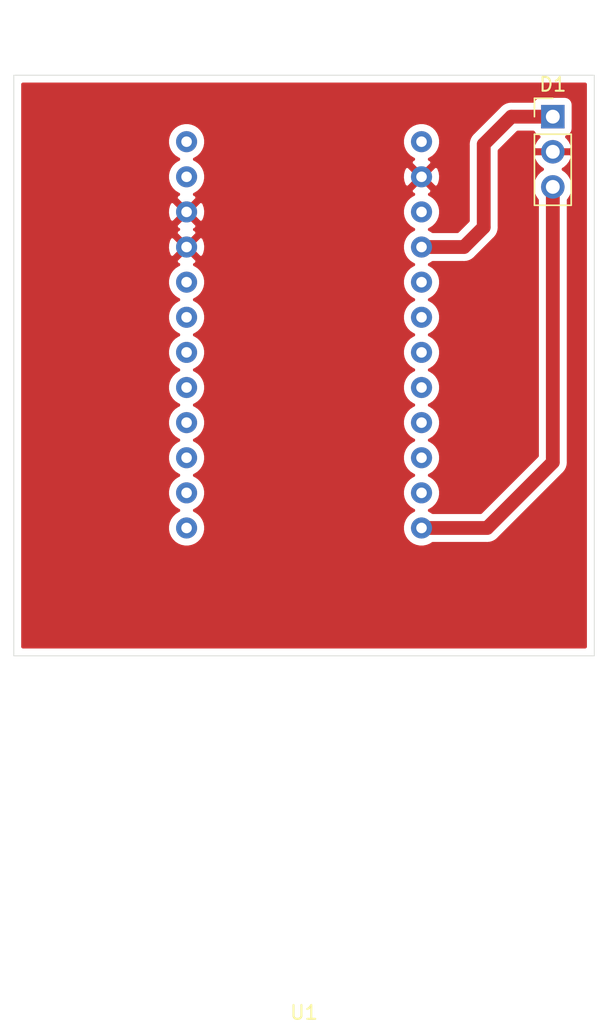
<source format=kicad_pcb>
(kicad_pcb (version 20171130) (host pcbnew "(5.1.9)-1")

  (general
    (thickness 1.6)
    (drawings 6)
    (tracks 8)
    (zones 0)
    (modules 2)
    (nets 23)
  )

  (page A4)
  (layers
    (0 F.Cu signal)
    (31 B.Cu signal)
    (32 B.Adhes user)
    (33 F.Adhes user)
    (34 B.Paste user)
    (35 F.Paste user)
    (36 B.SilkS user)
    (37 F.SilkS user)
    (38 B.Mask user)
    (39 F.Mask user)
    (40 Dwgs.User user)
    (41 Cmts.User user)
    (42 Eco1.User user)
    (43 Eco2.User user)
    (44 Edge.Cuts user)
    (45 Margin user)
    (46 B.CrtYd user)
    (47 F.CrtYd user)
    (48 B.Fab user)
    (49 F.Fab user)
  )

  (setup
    (last_trace_width 1)
    (user_trace_width 1)
    (trace_clearance 0.2)
    (zone_clearance 0.508)
    (zone_45_only no)
    (trace_min 0.2)
    (via_size 0.8)
    (via_drill 0.4)
    (via_min_size 0.4)
    (via_min_drill 0.3)
    (uvia_size 0.3)
    (uvia_drill 0.1)
    (uvias_allowed no)
    (uvia_min_size 0.2)
    (uvia_min_drill 0.1)
    (edge_width 0.05)
    (segment_width 0.2)
    (pcb_text_width 0.3)
    (pcb_text_size 1.5 1.5)
    (mod_edge_width 0.12)
    (mod_text_size 1 1)
    (mod_text_width 0.15)
    (pad_size 1.524 1.524)
    (pad_drill 0.762)
    (pad_to_mask_clearance 0)
    (aux_axis_origin 0 0)
    (visible_elements 7FFFFFFF)
    (pcbplotparams
      (layerselection 0x010fc_ffffffff)
      (usegerberextensions false)
      (usegerberattributes true)
      (usegerberadvancedattributes true)
      (creategerberjobfile true)
      (excludeedgelayer true)
      (linewidth 0.100000)
      (plotframeref false)
      (viasonmask false)
      (mode 1)
      (useauxorigin false)
      (hpglpennumber 1)
      (hpglpenspeed 20)
      (hpglpendiameter 15.000000)
      (psnegative false)
      (psa4output false)
      (plotreference true)
      (plotvalue true)
      (plotinvisibletext false)
      (padsonsilk false)
      (subtractmaskfromsilk false)
      (outputformat 1)
      (mirror false)
      (drillshape 1)
      (scaleselection 1)
      (outputdirectory ""))
  )

  (net 0 "")
  (net 1 +5V)
  (net 2 GND)
  (net 3 "Net-(U1-Pad24)")
  (net 4 "Net-(U1-Pad22)")
  (net 5 "Net-(U1-Pad20)")
  (net 6 "Net-(U1-Pad19)")
  (net 7 "Net-(U1-Pad18)")
  (net 8 "Net-(U1-Pad17)")
  (net 9 "Net-(U1-Pad16)")
  (net 10 "Net-(U1-Pad15)")
  (net 11 "Net-(U1-Pad14)")
  (net 12 "Net-(U1-Pad12)")
  (net 13 "Net-(U1-Pad11)")
  (net 14 "Net-(U1-Pad10)")
  (net 15 "Net-(U1-Pad9)")
  (net 16 "Net-(U1-Pad8)")
  (net 17 "Net-(U1-Pad7)")
  (net 18 "Net-(U1-Pad6)")
  (net 19 "Net-(U1-Pad5)")
  (net 20 "Net-(U1-Pad2)")
  (net 21 "Net-(U1-Pad1)")
  (net 22 "Net-(D1-Pad3)")

  (net_class Default "This is the default net class."
    (clearance 0.2)
    (trace_width 0.25)
    (via_dia 0.8)
    (via_drill 0.4)
    (uvia_dia 0.3)
    (uvia_drill 0.1)
    (add_net +5V)
    (add_net GND)
    (add_net "Net-(D1-Pad3)")
    (add_net "Net-(U1-Pad1)")
    (add_net "Net-(U1-Pad10)")
    (add_net "Net-(U1-Pad11)")
    (add_net "Net-(U1-Pad12)")
    (add_net "Net-(U1-Pad14)")
    (add_net "Net-(U1-Pad15)")
    (add_net "Net-(U1-Pad16)")
    (add_net "Net-(U1-Pad17)")
    (add_net "Net-(U1-Pad18)")
    (add_net "Net-(U1-Pad19)")
    (add_net "Net-(U1-Pad2)")
    (add_net "Net-(U1-Pad20)")
    (add_net "Net-(U1-Pad22)")
    (add_net "Net-(U1-Pad24)")
    (add_net "Net-(U1-Pad5)")
    (add_net "Net-(U1-Pad6)")
    (add_net "Net-(U1-Pad7)")
    (add_net "Net-(U1-Pad8)")
    (add_net "Net-(U1-Pad9)")
  )

  (module EZIR:Arduino_Pro_Micro (layer F.Cu) (tedit 6027A789) (tstamp 6028BFD4)
    (at 681 197)
    (path /60287C68)
    (fp_text reference U1 (at 0 50.8) (layer F.SilkS)
      (effects (font (size 1 1) (thickness 0.15)))
    )
    (fp_text value Arduino_Pro_Micro (at 0 -21.59) (layer F.Fab)
      (effects (font (size 1 1) (thickness 0.15)))
    )
    (fp_line (start 0 16.75) (end -9.25 16.75) (layer Dwgs.User) (width 0.12))
    (fp_line (start 0 16.75) (end 9.5 16.75) (layer Dwgs.User) (width 0.12))
    (fp_line (start 9.5 16.75) (end 9.5 -16.75) (layer Dwgs.User) (width 0.12))
    (fp_line (start 9.5 -16.75) (end -9.5 -16.75) (layer Dwgs.User) (width 0.12))
    (fp_line (start -9.5 -16.75) (end -9.5 16.75) (layer Dwgs.User) (width 0.12))
    (fp_line (start -9.25 16.75) (end -9.5 16.75) (layer Dwgs.User) (width 0.12))
    (fp_line (start -9.5 16.75) (end -8.5 15.75) (layer Dwgs.User) (width 0.12))
    (fp_line (start 9.5 16.75) (end 8.5 15.75) (layer Dwgs.User) (width 0.12))
    (fp_line (start -8.5 15.75) (end -8.5 -15.5) (layer Dwgs.User) (width 0.12))
    (fp_line (start 8.5 15.75) (end 8.5 -15.5) (layer Dwgs.User) (width 0.12))
    (pad 24 thru_hole circle (at 8.5 -12.19) (size 1.524 1.524) (drill 0.762) (layers *.Cu *.Mask)
      (net 3 "Net-(U1-Pad24)"))
    (pad 23 thru_hole circle (at 8.5 -9.65) (size 1.524 1.524) (drill 0.762) (layers *.Cu *.Mask)
      (net 2 GND))
    (pad 22 thru_hole circle (at 8.5 -7.11) (size 1.524 1.524) (drill 0.762) (layers *.Cu *.Mask)
      (net 4 "Net-(U1-Pad22)"))
    (pad 21 thru_hole circle (at 8.5 -4.57) (size 1.524 1.524) (drill 0.762) (layers *.Cu *.Mask)
      (net 1 +5V))
    (pad 20 thru_hole circle (at 8.5 -2.03) (size 1.524 1.524) (drill 0.762) (layers *.Cu *.Mask)
      (net 5 "Net-(U1-Pad20)"))
    (pad 19 thru_hole circle (at 8.5 0.51) (size 1.524 1.524) (drill 0.762) (layers *.Cu *.Mask)
      (net 6 "Net-(U1-Pad19)"))
    (pad 18 thru_hole circle (at 8.5 3.05) (size 1.524 1.524) (drill 0.762) (layers *.Cu *.Mask)
      (net 7 "Net-(U1-Pad18)"))
    (pad 17 thru_hole circle (at 8.5 5.59) (size 1.524 1.524) (drill 0.762) (layers *.Cu *.Mask)
      (net 8 "Net-(U1-Pad17)"))
    (pad 16 thru_hole circle (at 8.5 8.13) (size 1.524 1.524) (drill 0.762) (layers *.Cu *.Mask)
      (net 9 "Net-(U1-Pad16)"))
    (pad 15 thru_hole circle (at 8.5 10.67) (size 1.524 1.524) (drill 0.762) (layers *.Cu *.Mask)
      (net 10 "Net-(U1-Pad15)"))
    (pad 14 thru_hole circle (at 8.5 13.21) (size 1.524 1.524) (drill 0.762) (layers *.Cu *.Mask)
      (net 11 "Net-(U1-Pad14)"))
    (pad 13 thru_hole circle (at 8.5 15.75) (size 1.524 1.524) (drill 0.762) (layers *.Cu *.Mask)
      (net 22 "Net-(D1-Pad3)"))
    (pad 12 thru_hole circle (at -8.5 15.75) (size 1.524 1.524) (drill 0.762) (layers *.Cu *.Mask)
      (net 12 "Net-(U1-Pad12)"))
    (pad 11 thru_hole circle (at -8.5 13.21) (size 1.524 1.524) (drill 0.762) (layers *.Cu *.Mask)
      (net 13 "Net-(U1-Pad11)"))
    (pad 10 thru_hole circle (at -8.5 10.67) (size 1.524 1.524) (drill 0.762) (layers *.Cu *.Mask)
      (net 14 "Net-(U1-Pad10)"))
    (pad 9 thru_hole circle (at -8.5 8.13) (size 1.524 1.524) (drill 0.762) (layers *.Cu *.Mask)
      (net 15 "Net-(U1-Pad9)"))
    (pad 8 thru_hole circle (at -8.5 5.59) (size 1.524 1.524) (drill 0.762) (layers *.Cu *.Mask)
      (net 16 "Net-(U1-Pad8)"))
    (pad 7 thru_hole circle (at -8.5 3.05) (size 1.524 1.524) (drill 0.762) (layers *.Cu *.Mask)
      (net 17 "Net-(U1-Pad7)"))
    (pad 6 thru_hole circle (at -8.5 0.51) (size 1.524 1.524) (drill 0.762) (layers *.Cu *.Mask)
      (net 18 "Net-(U1-Pad6)"))
    (pad 5 thru_hole circle (at -8.5 -2.03) (size 1.524 1.524) (drill 0.762) (layers *.Cu *.Mask)
      (net 19 "Net-(U1-Pad5)"))
    (pad 4 thru_hole circle (at -8.5 -4.57) (size 1.524 1.524) (drill 0.762) (layers *.Cu *.Mask)
      (net 2 GND))
    (pad 3 thru_hole circle (at -8.5 -7.11) (size 1.524 1.524) (drill 0.762) (layers *.Cu *.Mask)
      (net 2 GND))
    (pad 2 thru_hole circle (at -8.5 -9.65) (size 1.524 1.524) (drill 0.762) (layers *.Cu *.Mask)
      (net 20 "Net-(U1-Pad2)"))
    (pad 1 thru_hole circle (at -8.5 -12.19) (size 1.524 1.524) (drill 0.762) (layers *.Cu *.Mask)
      (net 21 "Net-(U1-Pad1)"))
  )

  (module Connector_PinHeader_2.54mm:PinHeader_1x03_P2.54mm_Vertical (layer F.Cu) (tedit 59FED5CC) (tstamp 6028C157)
    (at 699 183)
    (descr "Through hole straight pin header, 1x03, 2.54mm pitch, single row")
    (tags "Through hole pin header THT 1x03 2.54mm single row")
    (path /60285661)
    (fp_text reference D1 (at 0 -2.33) (layer F.SilkS)
      (effects (font (size 1 1) (thickness 0.15)))
    )
    (fp_text value LED_IR (at 0 7.41) (layer F.Fab)
      (effects (font (size 1 1) (thickness 0.15)))
    )
    (fp_line (start 1.8 -1.8) (end -1.8 -1.8) (layer F.CrtYd) (width 0.05))
    (fp_line (start 1.8 6.85) (end 1.8 -1.8) (layer F.CrtYd) (width 0.05))
    (fp_line (start -1.8 6.85) (end 1.8 6.85) (layer F.CrtYd) (width 0.05))
    (fp_line (start -1.8 -1.8) (end -1.8 6.85) (layer F.CrtYd) (width 0.05))
    (fp_line (start -1.33 -1.33) (end 0 -1.33) (layer F.SilkS) (width 0.12))
    (fp_line (start -1.33 0) (end -1.33 -1.33) (layer F.SilkS) (width 0.12))
    (fp_line (start -1.33 1.27) (end 1.33 1.27) (layer F.SilkS) (width 0.12))
    (fp_line (start 1.33 1.27) (end 1.33 6.41) (layer F.SilkS) (width 0.12))
    (fp_line (start -1.33 1.27) (end -1.33 6.41) (layer F.SilkS) (width 0.12))
    (fp_line (start -1.33 6.41) (end 1.33 6.41) (layer F.SilkS) (width 0.12))
    (fp_line (start -1.27 -0.635) (end -0.635 -1.27) (layer F.Fab) (width 0.1))
    (fp_line (start -1.27 6.35) (end -1.27 -0.635) (layer F.Fab) (width 0.1))
    (fp_line (start 1.27 6.35) (end -1.27 6.35) (layer F.Fab) (width 0.1))
    (fp_line (start 1.27 -1.27) (end 1.27 6.35) (layer F.Fab) (width 0.1))
    (fp_line (start -0.635 -1.27) (end 1.27 -1.27) (layer F.Fab) (width 0.1))
    (fp_text user %R (at 0 2.54 90) (layer F.Fab)
      (effects (font (size 1 1) (thickness 0.15)))
    )
    (pad 3 thru_hole oval (at 0 5.08) (size 1.7 1.7) (drill 1) (layers *.Cu *.Mask)
      (net 22 "Net-(D1-Pad3)"))
    (pad 2 thru_hole oval (at 0 2.54) (size 1.7 1.7) (drill 1) (layers *.Cu *.Mask)
      (net 2 GND))
    (pad 1 thru_hole rect (at 0 0) (size 1.7 1.7) (drill 1) (layers *.Cu *.Mask)
      (net 1 +5V))
    (model ${KISYS3DMOD}/Connector_PinHeader_2.54mm.3dshapes/PinHeader_1x03_P2.54mm_Vertical.wrl
      (at (xyz 0 0 0))
      (scale (xyz 1 1 1))
      (rotate (xyz 0 0 0))
    )
  )

  (gr_line (start 702 180) (end 660 222) (layer Dwgs.User) (width 0.15))
  (gr_line (start 702 222) (end 660 180) (layer Dwgs.User) (width 0.15))
  (gr_line (start 702 180) (end 660 180) (layer Edge.Cuts) (width 0.05) (tstamp 6028C1B0))
  (gr_line (start 702 222) (end 702 180) (layer Edge.Cuts) (width 0.05))
  (gr_line (start 660 222) (end 702 222) (layer Edge.Cuts) (width 0.05))
  (gr_line (start 660 180) (end 660 222) (layer Edge.Cuts) (width 0.05))

  (segment (start 699 183) (end 696 183) (width 1) (layer F.Cu) (net 1))
  (segment (start 696 183) (end 694 185) (width 1) (layer F.Cu) (net 1))
  (segment (start 694 185) (end 694 191) (width 1) (layer F.Cu) (net 1))
  (segment (start 692.57 192.43) (end 689.5 192.43) (width 1) (layer F.Cu) (net 1))
  (segment (start 694 191) (end 692.57 192.43) (width 1) (layer F.Cu) (net 1))
  (segment (start 689.5 212.75) (end 694.25 212.75) (width 1) (layer F.Cu) (net 22))
  (segment (start 699 208) (end 699 188.08) (width 1) (layer F.Cu) (net 22))
  (segment (start 694.25 212.75) (end 699 208) (width 1) (layer F.Cu) (net 22))

  (zone (net 2) (net_name GND) (layer F.Cu) (tstamp 0) (hatch edge 0.508)
    (connect_pads (clearance 0.508))
    (min_thickness 0.254)
    (fill yes (arc_segments 32) (thermal_gap 0.508) (thermal_bridge_width 0.508))
    (polygon
      (pts
        (xy 703 223) (xy 659 223) (xy 659 179) (xy 703 179)
      )
    )
    (filled_polygon
      (pts
        (xy 701.34 221.34) (xy 660.66 221.34) (xy 660.66 194.832408) (xy 671.103 194.832408) (xy 671.103 195.107592)
        (xy 671.156686 195.37749) (xy 671.261995 195.631727) (xy 671.41488 195.860535) (xy 671.609465 196.05512) (xy 671.838273 196.208005)
        (xy 671.915515 196.24) (xy 671.838273 196.271995) (xy 671.609465 196.42488) (xy 671.41488 196.619465) (xy 671.261995 196.848273)
        (xy 671.156686 197.10251) (xy 671.103 197.372408) (xy 671.103 197.647592) (xy 671.156686 197.91749) (xy 671.261995 198.171727)
        (xy 671.41488 198.400535) (xy 671.609465 198.59512) (xy 671.838273 198.748005) (xy 671.915515 198.78) (xy 671.838273 198.811995)
        (xy 671.609465 198.96488) (xy 671.41488 199.159465) (xy 671.261995 199.388273) (xy 671.156686 199.64251) (xy 671.103 199.912408)
        (xy 671.103 200.187592) (xy 671.156686 200.45749) (xy 671.261995 200.711727) (xy 671.41488 200.940535) (xy 671.609465 201.13512)
        (xy 671.838273 201.288005) (xy 671.915515 201.32) (xy 671.838273 201.351995) (xy 671.609465 201.50488) (xy 671.41488 201.699465)
        (xy 671.261995 201.928273) (xy 671.156686 202.18251) (xy 671.103 202.452408) (xy 671.103 202.727592) (xy 671.156686 202.99749)
        (xy 671.261995 203.251727) (xy 671.41488 203.480535) (xy 671.609465 203.67512) (xy 671.838273 203.828005) (xy 671.915515 203.86)
        (xy 671.838273 203.891995) (xy 671.609465 204.04488) (xy 671.41488 204.239465) (xy 671.261995 204.468273) (xy 671.156686 204.72251)
        (xy 671.103 204.992408) (xy 671.103 205.267592) (xy 671.156686 205.53749) (xy 671.261995 205.791727) (xy 671.41488 206.020535)
        (xy 671.609465 206.21512) (xy 671.838273 206.368005) (xy 671.915515 206.4) (xy 671.838273 206.431995) (xy 671.609465 206.58488)
        (xy 671.41488 206.779465) (xy 671.261995 207.008273) (xy 671.156686 207.26251) (xy 671.103 207.532408) (xy 671.103 207.807592)
        (xy 671.156686 208.07749) (xy 671.261995 208.331727) (xy 671.41488 208.560535) (xy 671.609465 208.75512) (xy 671.838273 208.908005)
        (xy 671.915515 208.94) (xy 671.838273 208.971995) (xy 671.609465 209.12488) (xy 671.41488 209.319465) (xy 671.261995 209.548273)
        (xy 671.156686 209.80251) (xy 671.103 210.072408) (xy 671.103 210.347592) (xy 671.156686 210.61749) (xy 671.261995 210.871727)
        (xy 671.41488 211.100535) (xy 671.609465 211.29512) (xy 671.838273 211.448005) (xy 671.915515 211.48) (xy 671.838273 211.511995)
        (xy 671.609465 211.66488) (xy 671.41488 211.859465) (xy 671.261995 212.088273) (xy 671.156686 212.34251) (xy 671.103 212.612408)
        (xy 671.103 212.887592) (xy 671.156686 213.15749) (xy 671.261995 213.411727) (xy 671.41488 213.640535) (xy 671.609465 213.83512)
        (xy 671.838273 213.988005) (xy 672.09251 214.093314) (xy 672.362408 214.147) (xy 672.637592 214.147) (xy 672.90749 214.093314)
        (xy 673.161727 213.988005) (xy 673.390535 213.83512) (xy 673.58512 213.640535) (xy 673.738005 213.411727) (xy 673.843314 213.15749)
        (xy 673.897 212.887592) (xy 673.897 212.612408) (xy 673.843314 212.34251) (xy 673.738005 212.088273) (xy 673.58512 211.859465)
        (xy 673.390535 211.66488) (xy 673.161727 211.511995) (xy 673.084485 211.48) (xy 673.161727 211.448005) (xy 673.390535 211.29512)
        (xy 673.58512 211.100535) (xy 673.738005 210.871727) (xy 673.843314 210.61749) (xy 673.897 210.347592) (xy 673.897 210.072408)
        (xy 673.843314 209.80251) (xy 673.738005 209.548273) (xy 673.58512 209.319465) (xy 673.390535 209.12488) (xy 673.161727 208.971995)
        (xy 673.084485 208.94) (xy 673.161727 208.908005) (xy 673.390535 208.75512) (xy 673.58512 208.560535) (xy 673.738005 208.331727)
        (xy 673.843314 208.07749) (xy 673.897 207.807592) (xy 673.897 207.532408) (xy 673.843314 207.26251) (xy 673.738005 207.008273)
        (xy 673.58512 206.779465) (xy 673.390535 206.58488) (xy 673.161727 206.431995) (xy 673.084485 206.4) (xy 673.161727 206.368005)
        (xy 673.390535 206.21512) (xy 673.58512 206.020535) (xy 673.738005 205.791727) (xy 673.843314 205.53749) (xy 673.897 205.267592)
        (xy 673.897 204.992408) (xy 673.843314 204.72251) (xy 673.738005 204.468273) (xy 673.58512 204.239465) (xy 673.390535 204.04488)
        (xy 673.161727 203.891995) (xy 673.084485 203.86) (xy 673.161727 203.828005) (xy 673.390535 203.67512) (xy 673.58512 203.480535)
        (xy 673.738005 203.251727) (xy 673.843314 202.99749) (xy 673.897 202.727592) (xy 673.897 202.452408) (xy 673.843314 202.18251)
        (xy 673.738005 201.928273) (xy 673.58512 201.699465) (xy 673.390535 201.50488) (xy 673.161727 201.351995) (xy 673.084485 201.32)
        (xy 673.161727 201.288005) (xy 673.390535 201.13512) (xy 673.58512 200.940535) (xy 673.738005 200.711727) (xy 673.843314 200.45749)
        (xy 673.897 200.187592) (xy 673.897 199.912408) (xy 673.843314 199.64251) (xy 673.738005 199.388273) (xy 673.58512 199.159465)
        (xy 673.390535 198.96488) (xy 673.161727 198.811995) (xy 673.084485 198.78) (xy 673.161727 198.748005) (xy 673.390535 198.59512)
        (xy 673.58512 198.400535) (xy 673.738005 198.171727) (xy 673.843314 197.91749) (xy 673.897 197.647592) (xy 673.897 197.372408)
        (xy 673.843314 197.10251) (xy 673.738005 196.848273) (xy 673.58512 196.619465) (xy 673.390535 196.42488) (xy 673.161727 196.271995)
        (xy 673.084485 196.24) (xy 673.161727 196.208005) (xy 673.390535 196.05512) (xy 673.58512 195.860535) (xy 673.738005 195.631727)
        (xy 673.843314 195.37749) (xy 673.897 195.107592) (xy 673.897 194.832408) (xy 673.843314 194.56251) (xy 673.738005 194.308273)
        (xy 673.58512 194.079465) (xy 673.390535 193.88488) (xy 673.161727 193.731995) (xy 673.090057 193.702308) (xy 673.103023 193.697636)
        (xy 673.21898 193.635656) (xy 673.28596 193.395565) (xy 672.5 192.609605) (xy 671.71404 193.395565) (xy 671.78102 193.635656)
        (xy 671.91676 193.699485) (xy 671.838273 193.731995) (xy 671.609465 193.88488) (xy 671.41488 194.079465) (xy 671.261995 194.308273)
        (xy 671.156686 194.56251) (xy 671.103 194.832408) (xy 660.66 194.832408) (xy 660.66 192.502017) (xy 671.09809 192.502017)
        (xy 671.139078 192.774133) (xy 671.232364 193.033023) (xy 671.294344 193.14898) (xy 671.534435 193.21596) (xy 672.320395 192.43)
        (xy 672.679605 192.43) (xy 673.465565 193.21596) (xy 673.705656 193.14898) (xy 673.822756 192.899952) (xy 673.889023 192.632865)
        (xy 673.90191 192.357983) (xy 673.860922 192.085867) (xy 673.767636 191.826977) (xy 673.705656 191.71102) (xy 673.465565 191.64404)
        (xy 672.679605 192.43) (xy 672.320395 192.43) (xy 671.534435 191.64404) (xy 671.294344 191.71102) (xy 671.177244 191.960048)
        (xy 671.110977 192.227135) (xy 671.09809 192.502017) (xy 660.66 192.502017) (xy 660.66 190.855565) (xy 671.71404 190.855565)
        (xy 671.78102 191.095656) (xy 671.911644 191.157079) (xy 671.896977 191.162364) (xy 671.78102 191.224344) (xy 671.71404 191.464435)
        (xy 672.5 192.250395) (xy 673.28596 191.464435) (xy 673.21898 191.224344) (xy 673.088356 191.162921) (xy 673.103023 191.157636)
        (xy 673.21898 191.095656) (xy 673.28596 190.855565) (xy 672.5 190.069605) (xy 671.71404 190.855565) (xy 660.66 190.855565)
        (xy 660.66 189.962017) (xy 671.09809 189.962017) (xy 671.139078 190.234133) (xy 671.232364 190.493023) (xy 671.294344 190.60898)
        (xy 671.534435 190.67596) (xy 672.320395 189.89) (xy 672.679605 189.89) (xy 673.465565 190.67596) (xy 673.705656 190.60898)
        (xy 673.822756 190.359952) (xy 673.889023 190.092865) (xy 673.90191 189.817983) (xy 673.892033 189.752408) (xy 688.103 189.752408)
        (xy 688.103 190.027592) (xy 688.156686 190.29749) (xy 688.261995 190.551727) (xy 688.41488 190.780535) (xy 688.609465 190.97512)
        (xy 688.838273 191.128005) (xy 688.915515 191.16) (xy 688.838273 191.191995) (xy 688.609465 191.34488) (xy 688.41488 191.539465)
        (xy 688.261995 191.768273) (xy 688.156686 192.02251) (xy 688.103 192.292408) (xy 688.103 192.567592) (xy 688.156686 192.83749)
        (xy 688.261995 193.091727) (xy 688.41488 193.320535) (xy 688.609465 193.51512) (xy 688.838273 193.668005) (xy 688.915515 193.7)
        (xy 688.838273 193.731995) (xy 688.609465 193.88488) (xy 688.41488 194.079465) (xy 688.261995 194.308273) (xy 688.156686 194.56251)
        (xy 688.103 194.832408) (xy 688.103 195.107592) (xy 688.156686 195.37749) (xy 688.261995 195.631727) (xy 688.41488 195.860535)
        (xy 688.609465 196.05512) (xy 688.838273 196.208005) (xy 688.915515 196.24) (xy 688.838273 196.271995) (xy 688.609465 196.42488)
        (xy 688.41488 196.619465) (xy 688.261995 196.848273) (xy 688.156686 197.10251) (xy 688.103 197.372408) (xy 688.103 197.647592)
        (xy 688.156686 197.91749) (xy 688.261995 198.171727) (xy 688.41488 198.400535) (xy 688.609465 198.59512) (xy 688.838273 198.748005)
        (xy 688.915515 198.78) (xy 688.838273 198.811995) (xy 688.609465 198.96488) (xy 688.41488 199.159465) (xy 688.261995 199.388273)
        (xy 688.156686 199.64251) (xy 688.103 199.912408) (xy 688.103 200.187592) (xy 688.156686 200.45749) (xy 688.261995 200.711727)
        (xy 688.41488 200.940535) (xy 688.609465 201.13512) (xy 688.838273 201.288005) (xy 688.915515 201.32) (xy 688.838273 201.351995)
        (xy 688.609465 201.50488) (xy 688.41488 201.699465) (xy 688.261995 201.928273) (xy 688.156686 202.18251) (xy 688.103 202.452408)
        (xy 688.103 202.727592) (xy 688.156686 202.99749) (xy 688.261995 203.251727) (xy 688.41488 203.480535) (xy 688.609465 203.67512)
        (xy 688.838273 203.828005) (xy 688.915515 203.86) (xy 688.838273 203.891995) (xy 688.609465 204.04488) (xy 688.41488 204.239465)
        (xy 688.261995 204.468273) (xy 688.156686 204.72251) (xy 688.103 204.992408) (xy 688.103 205.267592) (xy 688.156686 205.53749)
        (xy 688.261995 205.791727) (xy 688.41488 206.020535) (xy 688.609465 206.21512) (xy 688.838273 206.368005) (xy 688.915515 206.4)
        (xy 688.838273 206.431995) (xy 688.609465 206.58488) (xy 688.41488 206.779465) (xy 688.261995 207.008273) (xy 688.156686 207.26251)
        (xy 688.103 207.532408) (xy 688.103 207.807592) (xy 688.156686 208.07749) (xy 688.261995 208.331727) (xy 688.41488 208.560535)
        (xy 688.609465 208.75512) (xy 688.838273 208.908005) (xy 688.915515 208.94) (xy 688.838273 208.971995) (xy 688.609465 209.12488)
        (xy 688.41488 209.319465) (xy 688.261995 209.548273) (xy 688.156686 209.80251) (xy 688.103 210.072408) (xy 688.103 210.347592)
        (xy 688.156686 210.61749) (xy 688.261995 210.871727) (xy 688.41488 211.100535) (xy 688.609465 211.29512) (xy 688.838273 211.448005)
        (xy 688.915515 211.48) (xy 688.838273 211.511995) (xy 688.609465 211.66488) (xy 688.41488 211.859465) (xy 688.261995 212.088273)
        (xy 688.156686 212.34251) (xy 688.103 212.612408) (xy 688.103 212.887592) (xy 688.156686 213.15749) (xy 688.261995 213.411727)
        (xy 688.41488 213.640535) (xy 688.609465 213.83512) (xy 688.838273 213.988005) (xy 689.09251 214.093314) (xy 689.362408 214.147)
        (xy 689.637592 214.147) (xy 689.90749 214.093314) (xy 690.161727 213.988005) (xy 690.315884 213.885) (xy 694.194249 213.885)
        (xy 694.25 213.890491) (xy 694.305751 213.885) (xy 694.305752 213.885) (xy 694.472499 213.868577) (xy 694.686447 213.803676)
        (xy 694.883623 213.698284) (xy 695.056449 213.556449) (xy 695.091996 213.513135) (xy 699.763141 208.841991) (xy 699.806449 208.806449)
        (xy 699.948284 208.633623) (xy 700.053676 208.436447) (xy 700.118577 208.222499) (xy 700.135 208.055752) (xy 700.135 208.055743)
        (xy 700.14049 208.000001) (xy 700.135 207.944259) (xy 700.135 189.045107) (xy 700.153475 189.026632) (xy 700.31599 188.783411)
        (xy 700.427932 188.513158) (xy 700.485 188.22626) (xy 700.485 187.93374) (xy 700.427932 187.646842) (xy 700.31599 187.376589)
        (xy 700.153475 187.133368) (xy 699.946632 186.926525) (xy 699.764466 186.804805) (xy 699.881355 186.735178) (xy 700.097588 186.540269)
        (xy 700.271641 186.30692) (xy 700.396825 186.044099) (xy 700.441476 185.89689) (xy 700.320155 185.667) (xy 699.127 185.667)
        (xy 699.127 185.687) (xy 698.873 185.687) (xy 698.873 185.667) (xy 697.679845 185.667) (xy 697.558524 185.89689)
        (xy 697.603175 186.044099) (xy 697.728359 186.30692) (xy 697.902412 186.540269) (xy 698.118645 186.735178) (xy 698.235534 186.804805)
        (xy 698.053368 186.926525) (xy 697.846525 187.133368) (xy 697.68401 187.376589) (xy 697.572068 187.646842) (xy 697.515 187.93374)
        (xy 697.515 188.22626) (xy 697.572068 188.513158) (xy 697.68401 188.783411) (xy 697.846525 189.026632) (xy 697.865001 189.045108)
        (xy 697.865 207.529868) (xy 693.779869 211.615) (xy 690.315884 211.615) (xy 690.161727 211.511995) (xy 690.084485 211.48)
        (xy 690.161727 211.448005) (xy 690.390535 211.29512) (xy 690.58512 211.100535) (xy 690.738005 210.871727) (xy 690.843314 210.61749)
        (xy 690.897 210.347592) (xy 690.897 210.072408) (xy 690.843314 209.80251) (xy 690.738005 209.548273) (xy 690.58512 209.319465)
        (xy 690.390535 209.12488) (xy 690.161727 208.971995) (xy 690.084485 208.94) (xy 690.161727 208.908005) (xy 690.390535 208.75512)
        (xy 690.58512 208.560535) (xy 690.738005 208.331727) (xy 690.843314 208.07749) (xy 690.897 207.807592) (xy 690.897 207.532408)
        (xy 690.843314 207.26251) (xy 690.738005 207.008273) (xy 690.58512 206.779465) (xy 690.390535 206.58488) (xy 690.161727 206.431995)
        (xy 690.084485 206.4) (xy 690.161727 206.368005) (xy 690.390535 206.21512) (xy 690.58512 206.020535) (xy 690.738005 205.791727)
        (xy 690.843314 205.53749) (xy 690.897 205.267592) (xy 690.897 204.992408) (xy 690.843314 204.72251) (xy 690.738005 204.468273)
        (xy 690.58512 204.239465) (xy 690.390535 204.04488) (xy 690.161727 203.891995) (xy 690.084485 203.86) (xy 690.161727 203.828005)
        (xy 690.390535 203.67512) (xy 690.58512 203.480535) (xy 690.738005 203.251727) (xy 690.843314 202.99749) (xy 690.897 202.727592)
        (xy 690.897 202.452408) (xy 690.843314 202.18251) (xy 690.738005 201.928273) (xy 690.58512 201.699465) (xy 690.390535 201.50488)
        (xy 690.161727 201.351995) (xy 690.084485 201.32) (xy 690.161727 201.288005) (xy 690.390535 201.13512) (xy 690.58512 200.940535)
        (xy 690.738005 200.711727) (xy 690.843314 200.45749) (xy 690.897 200.187592) (xy 690.897 199.912408) (xy 690.843314 199.64251)
        (xy 690.738005 199.388273) (xy 690.58512 199.159465) (xy 690.390535 198.96488) (xy 690.161727 198.811995) (xy 690.084485 198.78)
        (xy 690.161727 198.748005) (xy 690.390535 198.59512) (xy 690.58512 198.400535) (xy 690.738005 198.171727) (xy 690.843314 197.91749)
        (xy 690.897 197.647592) (xy 690.897 197.372408) (xy 690.843314 197.10251) (xy 690.738005 196.848273) (xy 690.58512 196.619465)
        (xy 690.390535 196.42488) (xy 690.161727 196.271995) (xy 690.084485 196.24) (xy 690.161727 196.208005) (xy 690.390535 196.05512)
        (xy 690.58512 195.860535) (xy 690.738005 195.631727) (xy 690.843314 195.37749) (xy 690.897 195.107592) (xy 690.897 194.832408)
        (xy 690.843314 194.56251) (xy 690.738005 194.308273) (xy 690.58512 194.079465) (xy 690.390535 193.88488) (xy 690.161727 193.731995)
        (xy 690.084485 193.7) (xy 690.161727 193.668005) (xy 690.315884 193.565) (xy 692.514249 193.565) (xy 692.57 193.570491)
        (xy 692.625751 193.565) (xy 692.625752 193.565) (xy 692.792499 193.548577) (xy 693.006447 193.483676) (xy 693.203623 193.378284)
        (xy 693.376449 193.236449) (xy 693.411996 193.193135) (xy 694.76314 191.841992) (xy 694.806449 191.806449) (xy 694.948284 191.633623)
        (xy 695.053676 191.436447) (xy 695.118577 191.222499) (xy 695.135 191.055752) (xy 695.135 191.055743) (xy 695.14049 191.000001)
        (xy 695.135 190.944259) (xy 695.135 185.470131) (xy 696.470132 184.135) (xy 697.582317 184.135) (xy 697.619463 184.204494)
        (xy 697.698815 184.301185) (xy 697.795506 184.380537) (xy 697.90582 184.439502) (xy 697.986466 184.463966) (xy 697.902412 184.539731)
        (xy 697.728359 184.77308) (xy 697.603175 185.035901) (xy 697.558524 185.18311) (xy 697.679845 185.413) (xy 698.873 185.413)
        (xy 698.873 185.393) (xy 699.127 185.393) (xy 699.127 185.413) (xy 700.320155 185.413) (xy 700.441476 185.18311)
        (xy 700.396825 185.035901) (xy 700.271641 184.77308) (xy 700.097588 184.539731) (xy 700.013534 184.463966) (xy 700.09418 184.439502)
        (xy 700.204494 184.380537) (xy 700.301185 184.301185) (xy 700.380537 184.204494) (xy 700.439502 184.09418) (xy 700.475812 183.974482)
        (xy 700.488072 183.85) (xy 700.488072 182.15) (xy 700.475812 182.025518) (xy 700.439502 181.90582) (xy 700.380537 181.795506)
        (xy 700.301185 181.698815) (xy 700.204494 181.619463) (xy 700.09418 181.560498) (xy 699.974482 181.524188) (xy 699.85 181.511928)
        (xy 698.15 181.511928) (xy 698.025518 181.524188) (xy 697.90582 181.560498) (xy 697.795506 181.619463) (xy 697.698815 181.698815)
        (xy 697.619463 181.795506) (xy 697.582317 181.865) (xy 696.055751 181.865) (xy 695.999999 181.859509) (xy 695.7775 181.881423)
        (xy 695.727705 181.896529) (xy 695.563553 181.946324) (xy 695.366377 182.051716) (xy 695.193551 182.193551) (xy 695.158009 182.236859)
        (xy 693.236865 184.158004) (xy 693.193551 184.193551) (xy 693.051716 184.366377) (xy 692.959058 184.539731) (xy 692.946324 184.563554)
        (xy 692.881423 184.777502) (xy 692.859509 185) (xy 692.865 185.055752) (xy 692.865001 190.529867) (xy 692.099869 191.295)
        (xy 690.315884 191.295) (xy 690.161727 191.191995) (xy 690.084485 191.16) (xy 690.161727 191.128005) (xy 690.390535 190.97512)
        (xy 690.58512 190.780535) (xy 690.738005 190.551727) (xy 690.843314 190.29749) (xy 690.897 190.027592) (xy 690.897 189.752408)
        (xy 690.843314 189.48251) (xy 690.738005 189.228273) (xy 690.58512 188.999465) (xy 690.390535 188.80488) (xy 690.161727 188.651995)
        (xy 690.090057 188.622308) (xy 690.103023 188.617636) (xy 690.21898 188.555656) (xy 690.28596 188.315565) (xy 689.5 187.529605)
        (xy 688.71404 188.315565) (xy 688.78102 188.555656) (xy 688.91676 188.619485) (xy 688.838273 188.651995) (xy 688.609465 188.80488)
        (xy 688.41488 188.999465) (xy 688.261995 189.228273) (xy 688.156686 189.48251) (xy 688.103 189.752408) (xy 673.892033 189.752408)
        (xy 673.860922 189.545867) (xy 673.767636 189.286977) (xy 673.705656 189.17102) (xy 673.465565 189.10404) (xy 672.679605 189.89)
        (xy 672.320395 189.89) (xy 671.534435 189.10404) (xy 671.294344 189.17102) (xy 671.177244 189.420048) (xy 671.110977 189.687135)
        (xy 671.09809 189.962017) (xy 660.66 189.962017) (xy 660.66 184.672408) (xy 671.103 184.672408) (xy 671.103 184.947592)
        (xy 671.156686 185.21749) (xy 671.261995 185.471727) (xy 671.41488 185.700535) (xy 671.609465 185.89512) (xy 671.838273 186.048005)
        (xy 671.915515 186.08) (xy 671.838273 186.111995) (xy 671.609465 186.26488) (xy 671.41488 186.459465) (xy 671.261995 186.688273)
        (xy 671.156686 186.94251) (xy 671.103 187.212408) (xy 671.103 187.487592) (xy 671.156686 187.75749) (xy 671.261995 188.011727)
        (xy 671.41488 188.240535) (xy 671.609465 188.43512) (xy 671.838273 188.588005) (xy 671.909943 188.617692) (xy 671.896977 188.622364)
        (xy 671.78102 188.684344) (xy 671.71404 188.924435) (xy 672.5 189.710395) (xy 673.28596 188.924435) (xy 673.21898 188.684344)
        (xy 673.08324 188.620515) (xy 673.161727 188.588005) (xy 673.390535 188.43512) (xy 673.58512 188.240535) (xy 673.738005 188.011727)
        (xy 673.843314 187.75749) (xy 673.897 187.487592) (xy 673.897 187.422017) (xy 688.09809 187.422017) (xy 688.139078 187.694133)
        (xy 688.232364 187.953023) (xy 688.294344 188.06898) (xy 688.534435 188.13596) (xy 689.320395 187.35) (xy 689.679605 187.35)
        (xy 690.465565 188.13596) (xy 690.705656 188.06898) (xy 690.822756 187.819952) (xy 690.889023 187.552865) (xy 690.90191 187.277983)
        (xy 690.860922 187.005867) (xy 690.767636 186.746977) (xy 690.705656 186.63102) (xy 690.465565 186.56404) (xy 689.679605 187.35)
        (xy 689.320395 187.35) (xy 688.534435 186.56404) (xy 688.294344 186.63102) (xy 688.177244 186.880048) (xy 688.110977 187.147135)
        (xy 688.09809 187.422017) (xy 673.897 187.422017) (xy 673.897 187.212408) (xy 673.843314 186.94251) (xy 673.738005 186.688273)
        (xy 673.58512 186.459465) (xy 673.390535 186.26488) (xy 673.161727 186.111995) (xy 673.084485 186.08) (xy 673.161727 186.048005)
        (xy 673.390535 185.89512) (xy 673.58512 185.700535) (xy 673.738005 185.471727) (xy 673.843314 185.21749) (xy 673.897 184.947592)
        (xy 673.897 184.672408) (xy 688.103 184.672408) (xy 688.103 184.947592) (xy 688.156686 185.21749) (xy 688.261995 185.471727)
        (xy 688.41488 185.700535) (xy 688.609465 185.89512) (xy 688.838273 186.048005) (xy 688.909943 186.077692) (xy 688.896977 186.082364)
        (xy 688.78102 186.144344) (xy 688.71404 186.384435) (xy 689.5 187.170395) (xy 690.28596 186.384435) (xy 690.21898 186.144344)
        (xy 690.08324 186.080515) (xy 690.161727 186.048005) (xy 690.390535 185.89512) (xy 690.58512 185.700535) (xy 690.738005 185.471727)
        (xy 690.843314 185.21749) (xy 690.897 184.947592) (xy 690.897 184.672408) (xy 690.843314 184.40251) (xy 690.738005 184.148273)
        (xy 690.58512 183.919465) (xy 690.390535 183.72488) (xy 690.161727 183.571995) (xy 689.90749 183.466686) (xy 689.637592 183.413)
        (xy 689.362408 183.413) (xy 689.09251 183.466686) (xy 688.838273 183.571995) (xy 688.609465 183.72488) (xy 688.41488 183.919465)
        (xy 688.261995 184.148273) (xy 688.156686 184.40251) (xy 688.103 184.672408) (xy 673.897 184.672408) (xy 673.843314 184.40251)
        (xy 673.738005 184.148273) (xy 673.58512 183.919465) (xy 673.390535 183.72488) (xy 673.161727 183.571995) (xy 672.90749 183.466686)
        (xy 672.637592 183.413) (xy 672.362408 183.413) (xy 672.09251 183.466686) (xy 671.838273 183.571995) (xy 671.609465 183.72488)
        (xy 671.41488 183.919465) (xy 671.261995 184.148273) (xy 671.156686 184.40251) (xy 671.103 184.672408) (xy 660.66 184.672408)
        (xy 660.66 180.66) (xy 701.340001 180.66)
      )
    )
  )
)

</source>
